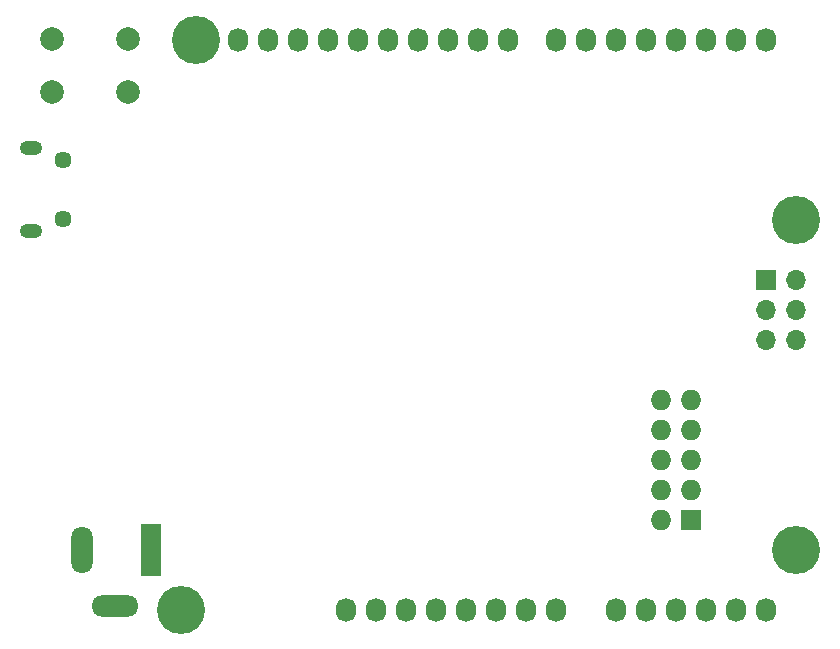
<source format=gbs>
G04 #@! TF.GenerationSoftware,KiCad,Pcbnew,(5.0.0-3-g5ebb6b6)*
G04 #@! TF.CreationDate,2018-11-17T18:38:13+08:00*
G04 #@! TF.ProjectId,M1DKv1-A3P060,4D31444B76312D4133503036302E6B69,rev?*
G04 #@! TF.SameCoordinates,Original*
G04 #@! TF.FileFunction,Soldermask,Bot*
G04 #@! TF.FilePolarity,Negative*
%FSLAX46Y46*%
G04 Gerber Fmt 4.6, Leading zero omitted, Abs format (unit mm)*
G04 Created by KiCad (PCBNEW (5.0.0-3-g5ebb6b6)) date 2018 November 17, Saturday 18:38:13*
%MOMM*%
%LPD*%
G01*
G04 APERTURE LIST*
%ADD10O,1.727200X2.032000*%
%ADD11C,4.064000*%
%ADD12R,1.700000X1.700000*%
%ADD13O,1.700000X1.700000*%
%ADD14R,1.727200X1.727200*%
%ADD15O,1.727200X1.727200*%
%ADD16C,1.450000*%
%ADD17O,1.900000X1.200000*%
%ADD18C,2.000000*%
%ADD19O,4.000000X1.800000*%
%ADD20O,1.800000X4.000000*%
%ADD21R,1.800000X4.400000*%
G04 APERTURE END LIST*
D10*
G04 #@! TO.C,P1*
X138938000Y-123825000D03*
X141478000Y-123825000D03*
X144018000Y-123825000D03*
X146558000Y-123825000D03*
X149098000Y-123825000D03*
X151638000Y-123825000D03*
X154178000Y-123825000D03*
X156718000Y-123825000D03*
G04 #@! TD*
G04 #@! TO.C,P2*
X161798000Y-123825000D03*
X164338000Y-123825000D03*
X166878000Y-123825000D03*
X169418000Y-123825000D03*
X171958000Y-123825000D03*
X174498000Y-123825000D03*
G04 #@! TD*
G04 #@! TO.C,P3*
X129794000Y-75565000D03*
X132334000Y-75565000D03*
X134874000Y-75565000D03*
X137414000Y-75565000D03*
X139954000Y-75565000D03*
X142494000Y-75565000D03*
X145034000Y-75565000D03*
X147574000Y-75565000D03*
X150114000Y-75565000D03*
X152654000Y-75565000D03*
G04 #@! TD*
G04 #@! TO.C,P4*
X156718000Y-75565000D03*
X159258000Y-75565000D03*
X161798000Y-75565000D03*
X164338000Y-75565000D03*
X166878000Y-75565000D03*
X169418000Y-75565000D03*
X171958000Y-75565000D03*
X174498000Y-75565000D03*
G04 #@! TD*
D11*
G04 #@! TO.C,P5*
X124968000Y-123825000D03*
G04 #@! TD*
G04 #@! TO.C,P6*
X177038000Y-118745000D03*
G04 #@! TD*
G04 #@! TO.C,P7*
X126238000Y-75565000D03*
G04 #@! TD*
G04 #@! TO.C,P8*
X177038000Y-90805000D03*
G04 #@! TD*
D12*
G04 #@! TO.C,J1*
X174498000Y-95885000D03*
D13*
X177038000Y-95885000D03*
X174498000Y-98425000D03*
X177038000Y-98425000D03*
X174498000Y-100965000D03*
X177038000Y-100965000D03*
G04 #@! TD*
D14*
G04 #@! TO.C,J2*
X168148000Y-116205000D03*
D15*
X165608000Y-116205000D03*
X168148000Y-113665000D03*
X165608000Y-113665000D03*
X168148000Y-111125000D03*
X165608000Y-111125000D03*
X168148000Y-108585000D03*
X165608000Y-108585000D03*
X168148000Y-106045000D03*
X165608000Y-106045000D03*
G04 #@! TD*
D16*
G04 #@! TO.C,J4*
X115000500Y-85765000D03*
X115000500Y-90765000D03*
D17*
X112300500Y-84765000D03*
X112300500Y-91765000D03*
G04 #@! TD*
D18*
G04 #@! TO.C,SW1*
X120523000Y-75510000D03*
X120523000Y-80010000D03*
X114023000Y-75510000D03*
X114023000Y-80010000D03*
G04 #@! TD*
D19*
G04 #@! TO.C,J5*
X119428000Y-123545000D03*
D20*
X116628000Y-118745000D03*
D21*
X122428000Y-118745000D03*
G04 #@! TD*
M02*

</source>
